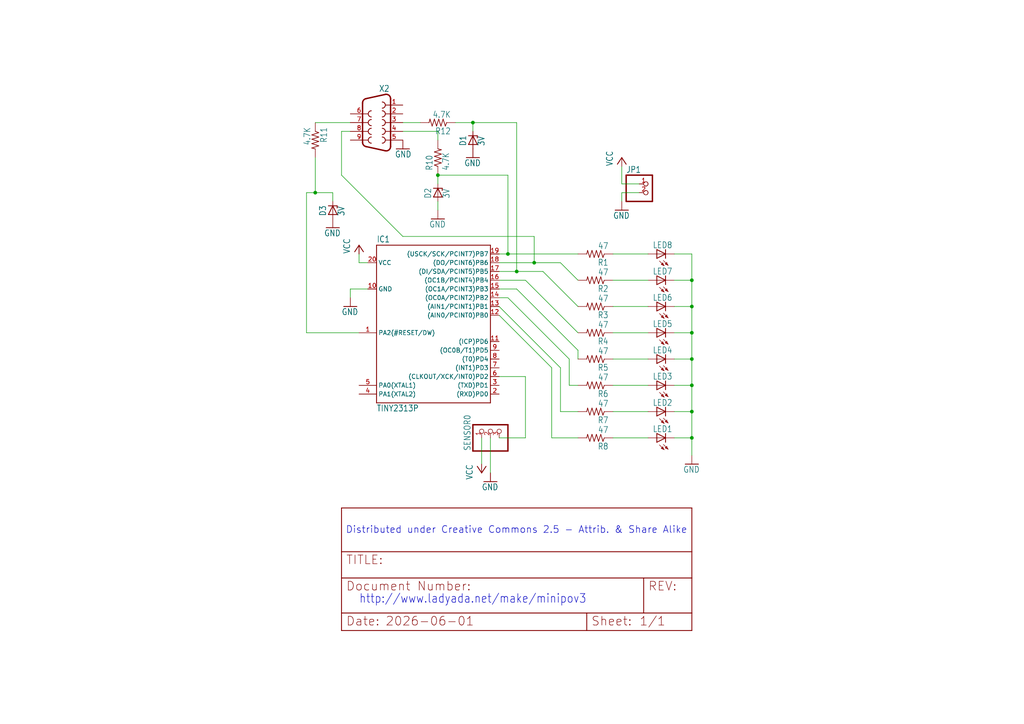
<source format=kicad_sch>
(kicad_sch (version 20230121) (generator eeschema)
  (paper "A4")
  (lib_symbols
    (symbol "minipov3-eagle-import:DOCFIELD"
      (symbol "DOCFIELD_1_0"
        (polyline (pts (xy 0 0) (xy 0 5.08)) (stroke (width 0.254)))
        (polyline (pts (xy 0 0) (xy 71.12 0)) (stroke (width 0.254)))
        (polyline (pts (xy 0 5.08) (xy 0 15.24)) (stroke (width 0.254)))
        (polyline (pts (xy 0 5.08) (xy 71.12 5.08)) (stroke (width 0.254)))
        (polyline (pts (xy 0 15.24) (xy 0 22.86)) (stroke (width 0.254)))
        (polyline (pts (xy 0 22.86) (xy 0 35.56)) (stroke (width 0.254)))
        (polyline (pts (xy 0 22.86) (xy 101.6 22.86)) (stroke (width 0.254)))
        (polyline (pts (xy 71.12 0) (xy 101.6 0)) (stroke (width 0.254)))
        (polyline (pts (xy 71.12 5.08) (xy 71.12 0)) (stroke (width 0.254)))
        (polyline (pts (xy 71.12 5.08) (xy 87.63 5.08)) (stroke (width 0.254)))
        (polyline (pts (xy 87.63 5.08) (xy 101.6 5.08)) (stroke (width 0.254)))
        (polyline (pts (xy 87.63 15.24) (xy 0 15.24)) (stroke (width 0.254)))
        (polyline (pts (xy 87.63 15.24) (xy 87.63 5.08)) (stroke (width 0.254)))
        (polyline (pts (xy 101.6 5.08) (xy 101.6 0)) (stroke (width 0.254)))
        (polyline (pts (xy 101.6 15.24) (xy 87.63 15.24)) (stroke (width 0.254)))
        (polyline (pts (xy 101.6 15.24) (xy 101.6 5.08)) (stroke (width 0.254)))
        (polyline (pts (xy 101.6 22.86) (xy 101.6 15.24)) (stroke (width 0.254)))
        (polyline (pts (xy 101.6 35.56) (xy 0 35.56)) (stroke (width 0.254)))
        (polyline (pts (xy 101.6 35.56) (xy 101.6 22.86)) (stroke (width 0.254)))
        (text "${#}/${##}" (at 86.36 1.27 0) (effects (font (size 2.54 2.54)) (justify left bottom)))
        (text "${CURRENT_DATE}" (at 12.7 1.27 0) (effects (font (size 2.54 2.54)) (justify left bottom)))
        (text "${PROJECTNAME}" (at 17.78 19.05 0) (effects (font (size 2.54 2.54)) (justify left bottom)))
        (text "Date:" (at 1.27 1.27 0) (effects (font (size 2.54 2.54)) (justify left bottom)))
        (text "Document Number:" (at 1.27 11.43 0) (effects (font (size 2.54 2.54)) (justify left bottom)))
        (text "REV:" (at 88.9 11.43 0) (effects (font (size 2.54 2.54)) (justify left bottom)))
        (text "Sheet:" (at 72.39 1.27 0) (effects (font (size 2.54 2.54)) (justify left bottom)))
        (text "TITLE:" (at 1.27 19.05 0) (effects (font (size 2.54 2.54)) (justify left bottom)))
      )
    )
    (symbol "minipov3-eagle-import:F09D"
      (property "Reference" "X" (at -3.81 8.89 0))
      (symbol "F09D_1_0"
        (arc (start -4.064 -6.9312) (mid -3.5903 -7.9206) (end -2.5225 -8.172) (stroke (width 0.4064)))
        (arc (start -2.5225 8.1719) (mid -3.5902 7.9205) (end -4.064 6.9312) (stroke (width 0.4064)))
        (arc (start -1.651 -4.191) (mid -2.5361 -5.08) (end -1.651 -5.969) (stroke (width 0.254)))
        (arc (start -1.651 -1.651) (mid -2.5361 -2.54) (end -1.651 -3.429) (stroke (width 0.254)))
        (arc (start -1.651 0.889) (mid -2.5361 0) (end -1.651 -0.889) (stroke (width 0.254)))
        (arc (start -1.651 3.429) (mid -2.5361 2.54) (end -1.651 1.651) (stroke (width 0.254)))
        (arc (start -1.651 5.969) (mid -2.5361 5.08) (end -1.651 4.191) (stroke (width 0.254)))
        (polyline (pts (xy -4.064 -6.9312) (xy -4.064 6.9312)) (stroke (width 0.4064)))
        (polyline (pts (xy -2.5226 -8.1718) (xy 3.0654 -6.9494)) (stroke (width 0.4064)))
        (polyline (pts (xy -2.5226 8.1718) (xy 3.0654 6.9494)) (stroke (width 0.4064)))
        (polyline (pts (xy 4.064 -5.7088) (xy 4.064 5.7088)) (stroke (width 0.4064)))
        (arc (start 1.524 -5.969) (mid 2.4091 -5.08) (end 1.524 -4.191) (stroke (width 0.254)))
        (arc (start 1.524 -3.429) (mid 2.4091 -2.54) (end 1.524 -1.651) (stroke (width 0.254)))
        (arc (start 1.524 -0.889) (mid 2.4091 0) (end 1.524 0.889) (stroke (width 0.254)))
        (arc (start 1.524 1.651) (mid 2.4091 2.54) (end 1.524 3.429) (stroke (width 0.254)))
        (arc (start 3.0654 -6.9494) (mid 3.7833 -6.505) (end 4.064 -5.7087) (stroke (width 0.4064)))
        (arc (start 4.0642 5.7088) (mid 3.7834 6.5051) (end 3.0654 6.9495) (stroke (width 0.4064)))
        (pin passive line (at -7.62 5.08 0) (length 5.08) (name "1") (number "1"))
        (pin passive line (at -7.62 2.54 0) (length 5.08) (name "2") (number "2"))
        (pin passive line (at -7.62 0 0) (length 5.08) (name "3") (number "3"))
        (pin passive line (at -7.62 -2.54 0) (length 5.08) (name "4") (number "4"))
        (pin passive line (at -7.62 -5.08 0) (length 5.08) (name "5") (number "5"))
        (pin passive line (at 7.62 2.54 180) (length 5.08) (name "6") (number "6"))
        (pin passive line (at 7.62 0 180) (length 5.08) (name "7") (number "7"))
        (pin passive line (at 7.62 -2.54 180) (length 5.08) (name "8") (number "8"))
        (pin passive line (at 7.62 -5.08 180) (length 5.08) (name "9") (number "9"))
      )
    )
    (symbol "minipov3-eagle-import:GND" (power)
      (property "Value" "GND" (at -2.54 -2.54 0))
      (symbol "GND_1_0"
        (polyline (pts (xy -1.905 0) (xy 1.905 0)) (stroke (width 0.254)))
        (pin power_in line (at 0 2.54 270) (length 2.54) (name "GND") (number "1"))
      )
    )
    (symbol "minipov3-eagle-import:LED5MM"
      (property "Reference" "LED" (at 3.556 -4.572 90))
      (symbol "LED5MM_1_0"
        (polyline (pts (xy -2.032 -0.762) (xy -3.429 -2.159)) (stroke (width 0.1524)))
        (polyline (pts (xy -1.905 -1.905) (xy -3.302 -3.302)) (stroke (width 0.1524)))
        (polyline (pts (xy 0 -2.54) (xy -1.27 -2.54)) (stroke (width 0.254)))
        (polyline (pts (xy 0 -2.54) (xy -1.27 0)) (stroke (width 0.254)))
        (polyline (pts (xy 0 0) (xy -1.27 0)) (stroke (width 0.254)))
        (polyline (pts (xy 0 0) (xy 0 -2.54)) (stroke (width 0.1524)))
        (polyline (pts (xy 1.27 -2.54) (xy 0 -2.54)) (stroke (width 0.254)))
        (polyline (pts (xy 1.27 0) (xy 0 -2.54)) (stroke (width 0.254)))
        (polyline (pts (xy 1.27 0) (xy 0 0)) (stroke (width 0.254)))
        (polyline (pts (xy -3.429 -2.159) (xy -3.048 -1.27) (xy -2.54 -1.778)) (stroke (width 0.1524)) (fill (type outline)))
        (polyline (pts (xy -3.302 -3.302) (xy -2.921 -2.413) (xy -2.413 -2.921)) (stroke (width 0.1524)) (fill (type outline)))
        (pin passive line (at 0 2.54 270) (length 2.54) (name "A") (number "A"))
        (pin passive line (at 0 -5.08 90) (length 2.54) (name "C") (number "K"))
      )
    )
    (symbol "minipov3-eagle-import:PINHD-1X2"
      (property "Reference" "JP" (at -6.35 5.715 0))
      (symbol "PINHD-1X2_1_0"
        (polyline (pts (xy -6.35 -2.54) (xy 1.27 -2.54)) (stroke (width 0.4064)))
        (polyline (pts (xy -6.35 5.08) (xy -6.35 -2.54)) (stroke (width 0.4064)))
        (polyline (pts (xy 1.27 -2.54) (xy 1.27 5.08)) (stroke (width 0.4064)))
        (polyline (pts (xy 1.27 5.08) (xy -6.35 5.08)) (stroke (width 0.4064)))
        (pin passive inverted (at -2.54 2.54 0) (length 2.54) (name "1") (number "1"))
        (pin passive inverted (at -2.54 0 0) (length 2.54) (name "2") (number "2"))
      )
    )
    (symbol "minipov3-eagle-import:PINHD-1X3"
      (property "Reference" "JP" (at -6.35 5.715 0))
      (symbol "PINHD-1X3_1_0"
        (polyline (pts (xy -6.35 -5.08) (xy 1.27 -5.08)) (stroke (width 0.4064)))
        (polyline (pts (xy -6.35 5.08) (xy -6.35 -5.08)) (stroke (width 0.4064)))
        (polyline (pts (xy 1.27 -5.08) (xy 1.27 5.08)) (stroke (width 0.4064)))
        (polyline (pts (xy 1.27 5.08) (xy -6.35 5.08)) (stroke (width 0.4064)))
        (pin passive inverted (at -2.54 2.54 0) (length 2.54) (name "1") (number "1"))
        (pin passive inverted (at -2.54 0 0) (length 2.54) (name "2") (number "2"))
        (pin passive inverted (at -2.54 -2.54 0) (length 2.54) (name "3") (number "3"))
      )
    )
    (symbol "minipov3-eagle-import:R-US_0207/10"
      (property "Reference" "R" (at -3.81 1.4986 0))
      (symbol "R-US_0207/10_1_0"
        (polyline (pts (xy -2.54 0) (xy -2.159 1.016)) (stroke (width 0.2032)))
        (polyline (pts (xy -2.159 1.016) (xy -1.524 -1.016)) (stroke (width 0.2032)))
        (polyline (pts (xy -1.524 -1.016) (xy -0.889 1.016)) (stroke (width 0.2032)))
        (polyline (pts (xy -0.889 1.016) (xy -0.254 -1.016)) (stroke (width 0.2032)))
        (polyline (pts (xy -0.254 -1.016) (xy 0.381 1.016)) (stroke (width 0.2032)))
        (polyline (pts (xy 0.381 1.016) (xy 1.016 -1.016)) (stroke (width 0.2032)))
        (polyline (pts (xy 1.016 -1.016) (xy 1.651 1.016)) (stroke (width 0.2032)))
        (polyline (pts (xy 1.651 1.016) (xy 2.286 -1.016)) (stroke (width 0.2032)))
        (polyline (pts (xy 2.286 -1.016) (xy 2.54 0)) (stroke (width 0.2032)))
        (pin passive line (at -5.08 0 0) (length 2.54) (name "1") (number "1"))
        (pin passive line (at 5.08 0 180) (length 2.54) (name "2") (number "2"))
      )
    )
    (symbol "minipov3-eagle-import:TINY2313P"
      (property "Reference" "IC" (at -17.78 23.622 0))
      (symbol "TINY2313P_1_0"
        (polyline (pts (xy -17.78 -22.86) (xy -17.78 22.86)) (stroke (width 0.254)))
        (polyline (pts (xy -17.78 22.86) (xy 15.24 22.86)) (stroke (width 0.254)))
        (polyline (pts (xy 15.24 -22.86) (xy -17.78 -22.86)) (stroke (width 0.254)))
        (polyline (pts (xy 15.24 22.86) (xy 15.24 -22.86)) (stroke (width 0.254)))
        (pin bidirectional line (at -22.86 -2.54 0) (length 5.08) (name "PA2(#RESET/DW)") (number "1"))
        (pin power_in line (at -20.32 10.16 0) (length 2.54) (name "GND") (number "10"))
        (pin bidirectional line (at 17.78 -5.08 180) (length 2.54) (name "(ICP)PD6") (number "11"))
        (pin bidirectional line (at 17.78 2.54 180) (length 2.54) (name "(AIN0/PCINT0)PB0") (number "12"))
        (pin bidirectional line (at 17.78 5.08 180) (length 2.54) (name "(AIN1/PCINT1)PB1") (number "13"))
        (pin bidirectional line (at 17.78 7.62 180) (length 2.54) (name "(OC0A/PCINT2)PB2") (number "14"))
        (pin bidirectional line (at 17.78 10.16 180) (length 2.54) (name "(OC1A/PCINT3)PB3") (number "15"))
        (pin bidirectional line (at 17.78 12.7 180) (length 2.54) (name "(OC1B/PCINT4)PB4") (number "16"))
        (pin bidirectional line (at 17.78 15.24 180) (length 2.54) (name "(DI/SDA/PCINT5)PB5") (number "17"))
        (pin bidirectional line (at 17.78 17.78 180) (length 2.54) (name "(DO/PCINT6)PB6") (number "18"))
        (pin bidirectional line (at 17.78 20.32 180) (length 2.54) (name "(USCK/SCK/PCINT7)PB7") (number "19"))
        (pin bidirectional line (at 17.78 -20.32 180) (length 2.54) (name "(RXD)PD0") (number "2"))
        (pin power_in line (at -20.32 17.78 0) (length 2.54) (name "VCC") (number "20"))
        (pin bidirectional line (at 17.78 -17.78 180) (length 2.54) (name "(TXD)PD1") (number "3"))
        (pin bidirectional line (at -22.86 -20.32 0) (length 5.08) (name "PA1(XTAL2)") (number "4"))
        (pin bidirectional line (at -22.86 -17.78 0) (length 5.08) (name "PA0(XTAL1)") (number "5"))
        (pin bidirectional line (at 17.78 -15.24 180) (length 2.54) (name "(CLKOUT/XCK/INT0)PD2") (number "6"))
        (pin bidirectional line (at 17.78 -12.7 180) (length 2.54) (name "(INT1)PD3") (number "7"))
        (pin bidirectional line (at 17.78 -10.16 180) (length 2.54) (name "(T0)PD4") (number "8"))
        (pin bidirectional line (at 17.78 -7.62 180) (length 2.54) (name "(OC0B/T1)PD5") (number "9"))
      )
    )
    (symbol "minipov3-eagle-import:VCC" (power)
      (property "Value" "VCC" (at -2.54 -2.54 90))
      (symbol "VCC_1_0"
        (polyline (pts (xy 0 0) (xy -1.27 -1.905)) (stroke (width 0.254)))
        (polyline (pts (xy 1.27 -1.905) (xy 0 0)) (stroke (width 0.254)))
        (pin power_in line (at 0 -2.54 90) (length 2.54) (name "VCC") (number "1"))
      )
    )
    (symbol "minipov3-eagle-import:ZENER-DIODEDO35Z10"
      (property "Reference" "D" (at -1.778 1.905 0))
      (symbol "ZENER-DIODEDO35Z10_1_0"
        (polyline (pts (xy -1.27 -1.27) (xy 1.27 0)) (stroke (width 0.254)))
        (polyline (pts (xy -1.27 1.27) (xy -1.27 -1.27)) (stroke (width 0.254)))
        (polyline (pts (xy 1.27 -1.27) (xy 0.635 -1.27)) (stroke (width 0.254)))
        (polyline (pts (xy 1.27 0) (xy -1.27 1.27)) (stroke (width 0.254)))
        (polyline (pts (xy 1.27 0) (xy 1.27 -1.27)) (stroke (width 0.254)))
        (polyline (pts (xy 1.27 1.27) (xy 1.27 0)) (stroke (width 0.254)))
        (pin passive line (at -2.54 0 0) (length 2.54) (name "A") (number "A"))
        (pin passive line (at 2.54 0 180) (length 2.54) (name "C") (number "C"))
      )
    )
  )
  (junction (at 147.32 73.66))
  (junction (at 200.66 81.28))
  (junction (at 137.16 35.56))
  (junction (at 154.94 76.2))
  (junction (at 200.66 104.14))
  (junction (at 200.66 119.38))
  (junction (at 149.86 78.74))
  (junction (at 200.66 127))
  (junction (at 127 50.8))
  (junction (at 200.66 88.9))
  (junction (at 200.66 111.76))
  (junction (at 200.66 96.52))
  (junction (at 91.44 55.88))
  (wire (pts (xy 187.96 111.76) (xy 177.8 111.76)) (stroke (width 0.1524)))
  (wire (pts (xy 147.32 73.66) (xy 167.64 73.66)) (stroke (width 0.1524)))
  (wire (pts (xy 127 38.1) (xy 127 40.64)) (stroke (width 0.1524)))
  (wire (pts (xy 157.48 78.74) (xy 167.64 88.9)) (stroke (width 0.1524)))
  (wire (pts (xy 195.58 104.14) (xy 200.66 104.14)) (stroke (width 0.1524)))
  (wire (pts (xy 127 60.96) (xy 127 58.42)) (stroke (width 0.1524)))
  (wire (pts (xy 187.96 73.66) (xy 177.8 73.66)) (stroke (width 0.1524)))
  (wire (pts (xy 144.78 76.2) (xy 154.94 76.2)) (stroke (width 0.1524)))
  (wire (pts (xy 187.96 88.9) (xy 177.8 88.9)) (stroke (width 0.1524)))
  (wire (pts (xy 195.58 111.76) (xy 200.66 111.76)) (stroke (width 0.1524)))
  (wire (pts (xy 200.66 127) (xy 200.66 132.08)) (stroke (width 0.1524)))
  (wire (pts (xy 185.42 53.34) (xy 180.34 53.34)) (stroke (width 0.1524)))
  (wire (pts (xy 147.32 86.36) (xy 165.1 104.14)) (stroke (width 0.1524)))
  (wire (pts (xy 91.44 45.72) (xy 91.44 55.88)) (stroke (width 0.1524)))
  (wire (pts (xy 200.66 96.52) (xy 200.66 88.9)) (stroke (width 0.1524)))
  (wire (pts (xy 142.24 137.16) (xy 142.24 127)) (stroke (width 0.1524)))
  (wire (pts (xy 152.4 81.28) (xy 167.64 96.52)) (stroke (width 0.1524)))
  (wire (pts (xy 104.14 96.52) (xy 88.9 96.52)) (stroke (width 0.1524)))
  (wire (pts (xy 106.68 76.2) (xy 104.14 76.2)) (stroke (width 0.1524)))
  (wire (pts (xy 195.58 127) (xy 200.66 127)) (stroke (width 0.1524)))
  (wire (pts (xy 165.1 111.76) (xy 167.64 111.76)) (stroke (width 0.1524)))
  (wire (pts (xy 187.96 96.52) (xy 177.8 96.52)) (stroke (width 0.1524)))
  (wire (pts (xy 160.02 106.68) (xy 160.02 127)) (stroke (width 0.1524)))
  (wire (pts (xy 195.58 119.38) (xy 200.66 119.38)) (stroke (width 0.1524)))
  (wire (pts (xy 116.84 35.56) (xy 121.92 35.56)) (stroke (width 0.1524)))
  (wire (pts (xy 116.84 38.1) (xy 127 38.1)) (stroke (width 0.1524)))
  (wire (pts (xy 127 50.8) (xy 147.32 50.8)) (stroke (width 0.1524)))
  (wire (pts (xy 127 53.34) (xy 127 50.8)) (stroke (width 0.1524)))
  (wire (pts (xy 99.06 38.1) (xy 99.06 50.8)) (stroke (width 0.1524)))
  (wire (pts (xy 160.02 127) (xy 167.64 127)) (stroke (width 0.1524)))
  (wire (pts (xy 200.66 81.28) (xy 195.58 81.28)) (stroke (width 0.1524)))
  (wire (pts (xy 144.78 83.82) (xy 149.86 83.82)) (stroke (width 0.1524)))
  (wire (pts (xy 88.9 55.88) (xy 91.44 55.88)) (stroke (width 0.1524)))
  (wire (pts (xy 144.78 81.28) (xy 152.4 81.28)) (stroke (width 0.1524)))
  (wire (pts (xy 180.34 53.34) (xy 180.34 48.26)) (stroke (width 0.1524)))
  (wire (pts (xy 154.94 76.2) (xy 162.56 76.2)) (stroke (width 0.1524)))
  (wire (pts (xy 187.96 81.28) (xy 177.8 81.28)) (stroke (width 0.1524)))
  (wire (pts (xy 200.66 88.9) (xy 200.66 81.28)) (stroke (width 0.1524)))
  (wire (pts (xy 116.84 68.58) (xy 154.94 68.58)) (stroke (width 0.1524)))
  (wire (pts (xy 187.96 119.38) (xy 177.8 119.38)) (stroke (width 0.1524)))
  (wire (pts (xy 99.06 50.8) (xy 116.84 68.58)) (stroke (width 0.1524)))
  (wire (pts (xy 180.34 55.88) (xy 180.34 58.42)) (stroke (width 0.1524)))
  (wire (pts (xy 147.32 50.8) (xy 147.32 73.66)) (stroke (width 0.1524)))
  (wire (pts (xy 195.58 73.66) (xy 200.66 73.66)) (stroke (width 0.1524)))
  (wire (pts (xy 144.78 88.9) (xy 162.56 106.68)) (stroke (width 0.1524)))
  (wire (pts (xy 96.52 55.88) (xy 96.52 58.42)) (stroke (width 0.1524)))
  (wire (pts (xy 152.4 109.22) (xy 144.78 109.22)) (stroke (width 0.1524)))
  (wire (pts (xy 200.66 73.66) (xy 200.66 81.28)) (stroke (width 0.1524)))
  (wire (pts (xy 91.44 55.88) (xy 96.52 55.88)) (stroke (width 0.1524)))
  (wire (pts (xy 101.6 83.82) (xy 101.6 86.36)) (stroke (width 0.1524)))
  (wire (pts (xy 144.78 91.44) (xy 160.02 106.68)) (stroke (width 0.1524)))
  (wire (pts (xy 200.66 119.38) (xy 200.66 111.76)) (stroke (width 0.1524)))
  (wire (pts (xy 195.58 88.9) (xy 200.66 88.9)) (stroke (width 0.1524)))
  (wire (pts (xy 154.94 68.58) (xy 154.94 76.2)) (stroke (width 0.1524)))
  (wire (pts (xy 187.96 127) (xy 177.8 127)) (stroke (width 0.1524)))
  (wire (pts (xy 101.6 35.56) (xy 91.44 35.56)) (stroke (width 0.1524)))
  (wire (pts (xy 165.1 104.14) (xy 165.1 111.76)) (stroke (width 0.1524)))
  (wire (pts (xy 144.78 127) (xy 152.4 127)) (stroke (width 0.1524)))
  (wire (pts (xy 200.66 127) (xy 200.66 119.38)) (stroke (width 0.1524)))
  (wire (pts (xy 200.66 104.14) (xy 200.66 96.52)) (stroke (width 0.1524)))
  (wire (pts (xy 137.16 35.56) (xy 137.16 38.1)) (stroke (width 0.1524)))
  (wire (pts (xy 144.78 86.36) (xy 147.32 86.36)) (stroke (width 0.1524)))
  (wire (pts (xy 162.56 106.68) (xy 162.56 119.38)) (stroke (width 0.1524)))
  (wire (pts (xy 106.68 83.82) (xy 101.6 83.82)) (stroke (width 0.1524)))
  (wire (pts (xy 167.64 101.6) (xy 167.64 104.14)) (stroke (width 0.1524)))
  (wire (pts (xy 185.42 55.88) (xy 180.34 55.88)) (stroke (width 0.1524)))
  (wire (pts (xy 144.78 73.66) (xy 147.32 73.66)) (stroke (width 0.1524)))
  (wire (pts (xy 132.08 35.56) (xy 137.16 35.56)) (stroke (width 0.1524)))
  (wire (pts (xy 144.78 78.74) (xy 149.86 78.74)) (stroke (width 0.1524)))
  (wire (pts (xy 152.4 127) (xy 152.4 109.22)) (stroke (width 0.1524)))
  (wire (pts (xy 149.86 83.82) (xy 167.64 101.6)) (stroke (width 0.1524)))
  (wire (pts (xy 137.16 35.56) (xy 149.86 35.56)) (stroke (width 0.1524)))
  (wire (pts (xy 195.58 96.52) (xy 200.66 96.52)) (stroke (width 0.1524)))
  (wire (pts (xy 88.9 96.52) (xy 88.9 55.88)) (stroke (width 0.1524)))
  (wire (pts (xy 104.14 76.2) (xy 104.14 73.66)) (stroke (width 0.1524)))
  (wire (pts (xy 139.7 134.62) (xy 139.7 127)) (stroke (width 0.1524)))
  (wire (pts (xy 200.66 111.76) (xy 200.66 104.14)) (stroke (width 0.1524)))
  (wire (pts (xy 149.86 78.74) (xy 157.48 78.74)) (stroke (width 0.1524)))
  (wire (pts (xy 162.56 76.2) (xy 167.64 81.28)) (stroke (width 0.1524)))
  (wire (pts (xy 162.56 119.38) (xy 167.64 119.38)) (stroke (width 0.1524)))
  (wire (pts (xy 187.96 104.14) (xy 177.8 104.14)) (stroke (width 0.1524)))
  (wire (pts (xy 149.86 35.56) (xy 149.86 78.74)) (stroke (width 0.1524)))
  (wire (pts (xy 101.6 38.1) (xy 99.06 38.1)) (stroke (width 0.1524)))
  (text "http://www.ladyada.net/make/minipov3" (at 104.14 175.26 0) (effects (font (size 2.54 2.159)) (justify left bottom)))
  (text "Distributed under Creative Commons 2.5 - Attrib. & Share Alike" (at 199.39 154.94 0) (effects (font (size 2 2)) (justify right bottom)))
  (symbol (lib_id "minipov3-eagle-import:VCC") (at 104.14 71.12 0) (unit 1)
    (property "Reference" "#P+1" (effects hide))
    (property "Value" "VCC" (at 101.6 73.66 90) (effects (font (size 1.778 1.5113)) (justify left bottom)))
  )
  (symbol (lib_id "minipov3-eagle-import:TINY2313P") (at 127 93.98 0) (unit 1)
    (property "Reference" "IC1" (at 109.22 70.358 0) (effects (font (size 1.778 1.5113)) (justify left bottom)))
    (property "Value" "TINY2313P" (at 109.22 119.38 0) (effects (font (size 1.778 1.5113)) (justify left bottom)))
    (property "Footprint" "minipov3:DIL20" (effects hide))
  )
  (symbol (lib_id "minipov3-eagle-import:LED5MM") (at 190.5 73.66 90) (unit 1)
    (property "Reference" "LED8" (at 195.072 70.104 90) (effects (font (size 1.778 1.5113)) (justify left bottom)))
    (property "Value" "LED5MM" (effects hide))
    (property "Footprint" "minipov3:LED5MM" (effects hide))
  )
  (symbol (lib_id "minipov3-eagle-import:R-US_0207/10") (at 172.72 96.52 180) (unit 1)
    (property "Reference" "R4" (at 176.53 98.0186 0) (effects (font (size 1.778 1.5113)) (justify left bottom)))
    (property "Value" "47" (at 176.53 93.218 0) (effects (font (size 1.778 1.5113)) (justify left bottom)))
    (property "Footprint" "minipov3:0207_10" (effects hide))
  )
  (symbol (lib_id "minipov3-eagle-import:LED5MM") (at 190.5 127 90) (unit 1)
    (property "Reference" "LED1" (at 195.072 123.444 90) (effects (font (size 1.778 1.5113)) (justify left bottom)))
    (property "Value" "LED5MM" (effects hide))
    (property "Footprint" "minipov3:LED5MM" (effects hide))
  )
  (symbol (lib_id "minipov3-eagle-import:VCC") (at 180.34 45.72 0) (unit 1)
    (property "Reference" "#P+3" (effects hide))
    (property "Value" "VCC" (at 177.8 48.26 90) (effects (font (size 1.778 1.5113)) (justify left bottom)))
  )
  (symbol (lib_id "minipov3-eagle-import:LED5MM") (at 190.5 111.76 90) (unit 1)
    (property "Reference" "LED3" (at 195.072 108.204 90) (effects (font (size 1.778 1.5113)) (justify left bottom)))
    (property "Value" "LED5MM" (effects hide))
    (property "Footprint" "minipov3:LED5MM" (effects hide))
  )
  (symbol (lib_id "minipov3-eagle-import:R-US_0207/10") (at 91.44 40.64 270) (unit 1)
    (property "Reference" "R11" (at 92.9386 36.83 0) (effects (font (size 1.778 1.5113)) (justify left bottom)))
    (property "Value" "4.7K" (at 88.138 36.83 0) (effects (font (size 1.778 1.5113)) (justify left bottom)))
    (property "Footprint" "minipov3:0207_10" (effects hide))
  )
  (symbol (lib_id "minipov3-eagle-import:PINHD-1X2") (at 187.96 55.88 0) (unit 1)
    (property "Reference" "JP1" (at 181.61 50.165 0) (effects (font (size 1.778 1.5113)) (justify left bottom)))
    (property "Value" "PINHD-1X2" (effects hide))
    (property "Footprint" "minipov3:1X02" (effects hide))
  )
  (symbol (lib_id "minipov3-eagle-import:R-US_0207/10") (at 172.72 127 180) (unit 1)
    (property "Reference" "R8" (at 176.53 128.4986 0) (effects (font (size 1.778 1.5113)) (justify left bottom)))
    (property "Value" "47" (at 176.53 123.698 0) (effects (font (size 1.778 1.5113)) (justify left bottom)))
    (property "Footprint" "minipov3:0207_10" (effects hide))
  )
  (symbol (lib_id "minipov3-eagle-import:GND") (at 101.6 88.9 0) (unit 1)
    (property "Reference" "#GND1" (effects hide))
    (property "Value" "GND" (at 99.06 91.44 0) (effects (font (size 1.778 1.5113)) (justify left bottom)))
  )
  (symbol (lib_id "minipov3-eagle-import:GND") (at 96.52 66.04 0) (unit 1)
    (property "Reference" "#GND8" (effects hide))
    (property "Value" "GND" (at 93.98 68.58 0) (effects (font (size 1.778 1.5113)) (justify left bottom)))
  )
  (symbol (lib_id "minipov3-eagle-import:DOCFIELD") (at 99.06 182.88 0) (unit 1)
    (property "Reference" "#FRAME1" (effects hide))
    (property "Value" "DOCFIELD" (effects hide))
  )
  (symbol (lib_id "minipov3-eagle-import:GND") (at 127 63.5 0) (unit 1)
    (property "Reference" "#GND9" (effects hide))
    (property "Value" "GND" (at 124.46 66.04 0) (effects (font (size 1.778 1.5113)) (justify left bottom)))
  )
  (symbol (lib_id "minipov3-eagle-import:LED5MM") (at 190.5 81.28 90) (unit 1)
    (property "Reference" "LED7" (at 195.072 77.724 90) (effects (font (size 1.778 1.5113)) (justify left bottom)))
    (property "Value" "LED5MM" (effects hide))
    (property "Footprint" "minipov3:LED5MM" (effects hide))
  )
  (symbol (lib_id "minipov3-eagle-import:GND") (at 180.34 60.96 0) (unit 1)
    (property "Reference" "#GND4" (effects hide))
    (property "Value" "GND" (at 177.8 63.5 0) (effects (font (size 1.778 1.5113)) (justify left bottom)))
  )
  (symbol (lib_id "minipov3-eagle-import:R-US_0207/10") (at 172.72 119.38 180) (unit 1)
    (property "Reference" "R7" (at 176.53 120.8786 0) (effects (font (size 1.778 1.5113)) (justify left bottom)))
    (property "Value" "47" (at 176.53 116.078 0) (effects (font (size 1.778 1.5113)) (justify left bottom)))
    (property "Footprint" "minipov3:0207_10" (effects hide))
  )
  (symbol (lib_id "minipov3-eagle-import:ZENER-DIODEDO35Z10") (at 127 55.88 90) (unit 1)
    (property "Reference" "D2" (at 125.095 57.658 0) (effects (font (size 1.778 1.5113)) (justify left bottom)))
    (property "Value" "3V" (at 130.429 57.658 0) (effects (font (size 1.778 1.5113)) (justify left bottom)))
    (property "Footprint" "minipov3:DO35Z10" (effects hide))
  )
  (symbol (lib_id "minipov3-eagle-import:R-US_0207/10") (at 172.72 104.14 180) (unit 1)
    (property "Reference" "R5" (at 176.53 105.6386 0) (effects (font (size 1.778 1.5113)) (justify left bottom)))
    (property "Value" "47" (at 176.53 100.838 0) (effects (font (size 1.778 1.5113)) (justify left bottom)))
    (property "Footprint" "minipov3:0207_10" (effects hide))
  )
  (symbol (lib_id "minipov3-eagle-import:GND") (at 137.16 45.72 0) (unit 1)
    (property "Reference" "#GND7" (effects hide))
    (property "Value" "GND" (at 134.62 48.26 0) (effects (font (size 1.778 1.5113)) (justify left bottom)))
  )
  (symbol (lib_id "minipov3-eagle-import:LED5MM") (at 190.5 119.38 90) (unit 1)
    (property "Reference" "LED2" (at 195.072 115.824 90) (effects (font (size 1.778 1.5113)) (justify left bottom)))
    (property "Value" "LED5MM" (effects hide))
    (property "Footprint" "minipov3:LED5MM" (effects hide))
  )
  (symbol (lib_id "minipov3-eagle-import:F09D") (at 109.22 35.56 0) (mirror y) (unit 1)
    (property "Reference" "X2" (at 113.03 26.67 0) (effects (font (size 1.778 1.5113)) (justify left bottom)))
    (property "Value" "F09D" (effects hide))
    (property "Footprint" "minipov3:F09D" (effects hide))
  )
  (symbol (lib_id "minipov3-eagle-import:LED5MM") (at 190.5 104.14 90) (unit 1)
    (property "Reference" "LED4" (at 195.072 100.584 90) (effects (font (size 1.778 1.5113)) (justify left bottom)))
    (property "Value" "LED5MM" (effects hide))
    (property "Footprint" "minipov3:LED5MM" (effects hide))
  )
  (symbol (lib_id "minipov3-eagle-import:GND") (at 142.24 139.7 0) (unit 1)
    (property "Reference" "#GND5" (effects hide))
    (property "Value" "GND" (at 139.7 142.24 0) (effects (font (size 1.778 1.5113)) (justify left bottom)))
  )
  (symbol (lib_id "minipov3-eagle-import:GND") (at 116.84 43.18 0) (mirror y) (unit 1)
    (property "Reference" "#GND6" (effects hide))
    (property "Value" "GND" (at 119.38 45.72 0) (effects (font (size 1.778 1.5113)) (justify left bottom)))
  )
  (symbol (lib_id "minipov3-eagle-import:R-US_0207/10") (at 172.72 88.9 180) (unit 1)
    (property "Reference" "R3" (at 176.53 90.3986 0) (effects (font (size 1.778 1.5113)) (justify left bottom)))
    (property "Value" "47" (at 176.53 85.598 0) (effects (font (size 1.778 1.5113)) (justify left bottom)))
    (property "Footprint" "minipov3:0207_10" (effects hide))
  )
  (symbol (lib_id "minipov3-eagle-import:R-US_0207/10") (at 172.72 81.28 180) (unit 1)
    (property "Reference" "R2" (at 176.53 82.7786 0) (effects (font (size 1.778 1.5113)) (justify left bottom)))
    (property "Value" "47" (at 176.53 77.978 0) (effects (font (size 1.778 1.5113)) (justify left bottom)))
    (property "Footprint" "minipov3:0207_10" (effects hide))
  )
  (symbol (lib_id "minipov3-eagle-import:LED5MM") (at 190.5 96.52 90) (unit 1)
    (property "Reference" "LED5" (at 195.072 92.964 90) (effects (font (size 1.778 1.5113)) (justify left bottom)))
    (property "Value" "LED5MM" (effects hide))
    (property "Footprint" "minipov3:LED5MM" (effects hide))
  )
  (symbol (lib_id "minipov3-eagle-import:GND") (at 200.66 134.62 0) (unit 1)
    (property "Reference" "#GND3" (effects hide))
    (property "Value" "GND" (at 198.12 137.16 0) (effects (font (size 1.778 1.5113)) (justify left bottom)))
  )
  (symbol (lib_id "minipov3-eagle-import:PINHD-1X3") (at 142.24 124.46 90) (unit 1)
    (property "Reference" "SENSOR0" (at 136.525 130.81 0) (effects (font (size 1.778 1.5113)) (justify left bottom)))
    (property "Value" "PINHD-1X3" (effects hide))
    (property "Footprint" "minipov3:1X03" (effects hide))
  )
  (symbol (lib_id "minipov3-eagle-import:R-US_0207/10") (at 172.72 111.76 180) (unit 1)
    (property "Reference" "R6" (at 176.53 113.2586 0) (effects (font (size 1.778 1.5113)) (justify left bottom)))
    (property "Value" "47" (at 176.53 108.458 0) (effects (font (size 1.778 1.5113)) (justify left bottom)))
    (property "Footprint" "minipov3:0207_10" (effects hide))
  )
  (symbol (lib_id "minipov3-eagle-import:R-US_0207/10") (at 127 35.56 180) (unit 1)
    (property "Reference" "R12" (at 130.81 37.0586 0) (effects (font (size 1.778 1.5113)) (justify left bottom)))
    (property "Value" "4.7K" (at 130.81 32.258 0) (effects (font (size 1.778 1.5113)) (justify left bottom)))
    (property "Footprint" "minipov3:0207_10" (effects hide))
  )
  (symbol (lib_id "minipov3-eagle-import:R-US_0207/10") (at 172.72 73.66 180) (unit 1)
    (property "Reference" "R1" (at 176.53 75.1586 0) (effects (font (size 1.778 1.5113)) (justify left bottom)))
    (property "Value" "47" (at 176.53 70.358 0) (effects (font (size 1.778 1.5113)) (justify left bottom)))
    (property "Footprint" "minipov3:0207_10" (effects hide))
  )
  (symbol (lib_id "minipov3-eagle-import:LED5MM") (at 190.5 88.9 90) (unit 1)
    (property "Reference" "LED6" (at 195.072 85.344 90) (effects (font (size 1.778 1.5113)) (justify left bottom)))
    (property "Value" "LED5MM" (effects hide))
    (property "Footprint" "minipov3:LED5MM" (effects hide))
  )
  (symbol (lib_id "minipov3-eagle-import:VCC") (at 139.7 137.16 0) (mirror x) (unit 1)
    (property "Reference" "#P+4" (effects hide))
    (property "Value" "VCC" (at 137.16 134.62 90) (effects (font (size 1.778 1.5113)) (justify left bottom)))
  )
  (symbol (lib_id "minipov3-eagle-import:ZENER-DIODEDO35Z10") (at 96.52 60.96 90) (unit 1)
    (property "Reference" "D3" (at 94.615 62.738 0) (effects (font (size 1.778 1.5113)) (justify left bottom)))
    (property "Value" "3V" (at 99.949 62.738 0) (effects (font (size 1.778 1.5113)) (justify left bottom)))
    (property "Footprint" "minipov3:DO35Z10" (effects hide))
  )
  (symbol (lib_id "minipov3-eagle-import:R-US_0207/10") (at 127 45.72 90) (unit 1)
    (property "Reference" "R10" (at 125.5014 49.53 0) (effects (font (size 1.778 1.5113)) (justify left bottom)))
    (property "Value" "4.7K" (at 130.302 49.53 0) (effects (font (size 1.778 1.5113)) (justify left bottom)))
    (property "Footprint" "minipov3:0207_10" (effects hide))
  )
  (symbol (lib_id "minipov3-eagle-import:ZENER-DIODEDO35Z10") (at 137.16 40.64 90) (unit 1)
    (property "Reference" "D1" (at 135.255 42.418 0) (effects (font (size 1.778 1.5113)) (justify left bottom)))
    (property "Value" "3V" (at 140.589 42.418 0) (effects (font (size 1.778 1.5113)) (justify left bottom)))
    (property "Footprint" "minipov3:DO35Z10" (effects hide))
  )
)
</source>
